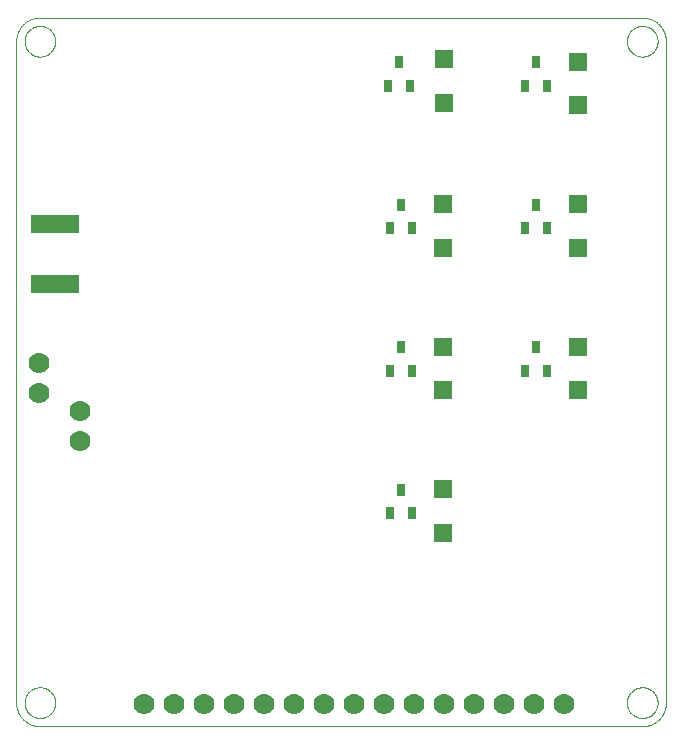
<source format=gbs>
G75*
%MOIN*%
%OFA0B0*%
%FSLAX25Y25*%
%IPPOS*%
%LPD*%
%AMOC8*
5,1,8,0,0,1.08239X$1,22.5*
%
%ADD10C,0.00001*%
%ADD11R,0.16400X0.06400*%
%ADD12R,0.02900X0.04400*%
%ADD13R,0.05912X0.05912*%
%ADD14C,0.07000*%
D10*
X0105675Y0063549D02*
X0105675Y0284021D01*
X0108431Y0284021D02*
X0108433Y0284164D01*
X0108439Y0284307D01*
X0108449Y0284449D01*
X0108463Y0284591D01*
X0108481Y0284733D01*
X0108503Y0284875D01*
X0108528Y0285015D01*
X0108558Y0285155D01*
X0108592Y0285294D01*
X0108629Y0285432D01*
X0108671Y0285569D01*
X0108716Y0285704D01*
X0108765Y0285838D01*
X0108817Y0285971D01*
X0108873Y0286103D01*
X0108933Y0286232D01*
X0108997Y0286360D01*
X0109064Y0286487D01*
X0109135Y0286611D01*
X0109209Y0286733D01*
X0109286Y0286853D01*
X0109367Y0286971D01*
X0109451Y0287087D01*
X0109538Y0287200D01*
X0109628Y0287311D01*
X0109722Y0287419D01*
X0109818Y0287525D01*
X0109917Y0287627D01*
X0110020Y0287727D01*
X0110124Y0287824D01*
X0110232Y0287919D01*
X0110342Y0288010D01*
X0110455Y0288098D01*
X0110570Y0288182D01*
X0110687Y0288264D01*
X0110807Y0288342D01*
X0110928Y0288417D01*
X0111052Y0288489D01*
X0111178Y0288557D01*
X0111305Y0288621D01*
X0111435Y0288682D01*
X0111566Y0288739D01*
X0111698Y0288793D01*
X0111832Y0288842D01*
X0111967Y0288889D01*
X0112104Y0288931D01*
X0112242Y0288969D01*
X0112380Y0289004D01*
X0112520Y0289034D01*
X0112660Y0289061D01*
X0112801Y0289084D01*
X0112943Y0289103D01*
X0113085Y0289118D01*
X0113228Y0289129D01*
X0113370Y0289136D01*
X0113513Y0289139D01*
X0113656Y0289138D01*
X0113799Y0289133D01*
X0113942Y0289124D01*
X0114084Y0289111D01*
X0114226Y0289094D01*
X0114367Y0289073D01*
X0114508Y0289048D01*
X0114648Y0289020D01*
X0114787Y0288987D01*
X0114925Y0288950D01*
X0115062Y0288910D01*
X0115198Y0288866D01*
X0115333Y0288818D01*
X0115466Y0288766D01*
X0115598Y0288711D01*
X0115728Y0288652D01*
X0115857Y0288589D01*
X0115983Y0288523D01*
X0116108Y0288453D01*
X0116231Y0288380D01*
X0116351Y0288304D01*
X0116470Y0288224D01*
X0116586Y0288140D01*
X0116700Y0288054D01*
X0116811Y0287964D01*
X0116920Y0287872D01*
X0117026Y0287776D01*
X0117130Y0287678D01*
X0117231Y0287576D01*
X0117328Y0287472D01*
X0117423Y0287365D01*
X0117515Y0287256D01*
X0117604Y0287144D01*
X0117690Y0287029D01*
X0117772Y0286913D01*
X0117851Y0286793D01*
X0117927Y0286672D01*
X0117999Y0286549D01*
X0118068Y0286424D01*
X0118133Y0286297D01*
X0118195Y0286168D01*
X0118253Y0286037D01*
X0118308Y0285905D01*
X0118358Y0285771D01*
X0118405Y0285636D01*
X0118449Y0285500D01*
X0118488Y0285363D01*
X0118523Y0285224D01*
X0118555Y0285085D01*
X0118583Y0284945D01*
X0118607Y0284804D01*
X0118627Y0284662D01*
X0118643Y0284520D01*
X0118655Y0284378D01*
X0118663Y0284235D01*
X0118667Y0284092D01*
X0118667Y0283950D01*
X0118663Y0283807D01*
X0118655Y0283664D01*
X0118643Y0283522D01*
X0118627Y0283380D01*
X0118607Y0283238D01*
X0118583Y0283097D01*
X0118555Y0282957D01*
X0118523Y0282818D01*
X0118488Y0282679D01*
X0118449Y0282542D01*
X0118405Y0282406D01*
X0118358Y0282271D01*
X0118308Y0282137D01*
X0118253Y0282005D01*
X0118195Y0281874D01*
X0118133Y0281745D01*
X0118068Y0281618D01*
X0117999Y0281493D01*
X0117927Y0281370D01*
X0117851Y0281249D01*
X0117772Y0281129D01*
X0117690Y0281013D01*
X0117604Y0280898D01*
X0117515Y0280786D01*
X0117423Y0280677D01*
X0117328Y0280570D01*
X0117231Y0280466D01*
X0117130Y0280364D01*
X0117026Y0280266D01*
X0116920Y0280170D01*
X0116811Y0280078D01*
X0116700Y0279988D01*
X0116586Y0279902D01*
X0116470Y0279818D01*
X0116351Y0279738D01*
X0116231Y0279662D01*
X0116108Y0279589D01*
X0115983Y0279519D01*
X0115857Y0279453D01*
X0115728Y0279390D01*
X0115598Y0279331D01*
X0115466Y0279276D01*
X0115333Y0279224D01*
X0115198Y0279176D01*
X0115062Y0279132D01*
X0114925Y0279092D01*
X0114787Y0279055D01*
X0114648Y0279022D01*
X0114508Y0278994D01*
X0114367Y0278969D01*
X0114226Y0278948D01*
X0114084Y0278931D01*
X0113942Y0278918D01*
X0113799Y0278909D01*
X0113656Y0278904D01*
X0113513Y0278903D01*
X0113370Y0278906D01*
X0113228Y0278913D01*
X0113085Y0278924D01*
X0112943Y0278939D01*
X0112801Y0278958D01*
X0112660Y0278981D01*
X0112520Y0279008D01*
X0112380Y0279038D01*
X0112242Y0279073D01*
X0112104Y0279111D01*
X0111967Y0279153D01*
X0111832Y0279200D01*
X0111698Y0279249D01*
X0111566Y0279303D01*
X0111435Y0279360D01*
X0111305Y0279421D01*
X0111178Y0279485D01*
X0111052Y0279553D01*
X0110928Y0279625D01*
X0110807Y0279700D01*
X0110687Y0279778D01*
X0110570Y0279860D01*
X0110455Y0279944D01*
X0110342Y0280032D01*
X0110232Y0280123D01*
X0110124Y0280218D01*
X0110020Y0280315D01*
X0109917Y0280415D01*
X0109818Y0280517D01*
X0109722Y0280623D01*
X0109628Y0280731D01*
X0109538Y0280842D01*
X0109451Y0280955D01*
X0109367Y0281071D01*
X0109286Y0281189D01*
X0109209Y0281309D01*
X0109135Y0281431D01*
X0109064Y0281555D01*
X0108997Y0281682D01*
X0108933Y0281810D01*
X0108873Y0281939D01*
X0108817Y0282071D01*
X0108765Y0282204D01*
X0108716Y0282338D01*
X0108671Y0282473D01*
X0108629Y0282610D01*
X0108592Y0282748D01*
X0108558Y0282887D01*
X0108528Y0283027D01*
X0108503Y0283167D01*
X0108481Y0283309D01*
X0108463Y0283451D01*
X0108449Y0283593D01*
X0108439Y0283735D01*
X0108433Y0283878D01*
X0108431Y0284021D01*
X0105675Y0284021D02*
X0105677Y0284211D01*
X0105684Y0284401D01*
X0105696Y0284591D01*
X0105712Y0284781D01*
X0105732Y0284970D01*
X0105758Y0285159D01*
X0105787Y0285347D01*
X0105822Y0285534D01*
X0105861Y0285720D01*
X0105904Y0285905D01*
X0105952Y0286090D01*
X0106004Y0286273D01*
X0106060Y0286454D01*
X0106121Y0286634D01*
X0106187Y0286813D01*
X0106256Y0286990D01*
X0106330Y0287166D01*
X0106408Y0287339D01*
X0106491Y0287511D01*
X0106577Y0287680D01*
X0106667Y0287848D01*
X0106762Y0288013D01*
X0106860Y0288176D01*
X0106963Y0288336D01*
X0107069Y0288494D01*
X0107179Y0288649D01*
X0107292Y0288802D01*
X0107410Y0288952D01*
X0107531Y0289098D01*
X0107655Y0289242D01*
X0107783Y0289383D01*
X0107914Y0289521D01*
X0108049Y0289656D01*
X0108187Y0289787D01*
X0108328Y0289915D01*
X0108472Y0290039D01*
X0108618Y0290160D01*
X0108768Y0290278D01*
X0108921Y0290391D01*
X0109076Y0290501D01*
X0109234Y0290607D01*
X0109394Y0290710D01*
X0109557Y0290808D01*
X0109722Y0290903D01*
X0109890Y0290993D01*
X0110059Y0291079D01*
X0110231Y0291162D01*
X0110404Y0291240D01*
X0110580Y0291314D01*
X0110757Y0291383D01*
X0110936Y0291449D01*
X0111116Y0291510D01*
X0111297Y0291566D01*
X0111480Y0291618D01*
X0111665Y0291666D01*
X0111850Y0291709D01*
X0112036Y0291748D01*
X0112223Y0291783D01*
X0112411Y0291812D01*
X0112600Y0291838D01*
X0112789Y0291858D01*
X0112979Y0291874D01*
X0113169Y0291886D01*
X0113359Y0291893D01*
X0113549Y0291895D01*
X0314336Y0291895D01*
X0309218Y0284021D02*
X0309220Y0284164D01*
X0309226Y0284307D01*
X0309236Y0284449D01*
X0309250Y0284591D01*
X0309268Y0284733D01*
X0309290Y0284875D01*
X0309315Y0285015D01*
X0309345Y0285155D01*
X0309379Y0285294D01*
X0309416Y0285432D01*
X0309458Y0285569D01*
X0309503Y0285704D01*
X0309552Y0285838D01*
X0309604Y0285971D01*
X0309660Y0286103D01*
X0309720Y0286232D01*
X0309784Y0286360D01*
X0309851Y0286487D01*
X0309922Y0286611D01*
X0309996Y0286733D01*
X0310073Y0286853D01*
X0310154Y0286971D01*
X0310238Y0287087D01*
X0310325Y0287200D01*
X0310415Y0287311D01*
X0310509Y0287419D01*
X0310605Y0287525D01*
X0310704Y0287627D01*
X0310807Y0287727D01*
X0310911Y0287824D01*
X0311019Y0287919D01*
X0311129Y0288010D01*
X0311242Y0288098D01*
X0311357Y0288182D01*
X0311474Y0288264D01*
X0311594Y0288342D01*
X0311715Y0288417D01*
X0311839Y0288489D01*
X0311965Y0288557D01*
X0312092Y0288621D01*
X0312222Y0288682D01*
X0312353Y0288739D01*
X0312485Y0288793D01*
X0312619Y0288842D01*
X0312754Y0288889D01*
X0312891Y0288931D01*
X0313029Y0288969D01*
X0313167Y0289004D01*
X0313307Y0289034D01*
X0313447Y0289061D01*
X0313588Y0289084D01*
X0313730Y0289103D01*
X0313872Y0289118D01*
X0314015Y0289129D01*
X0314157Y0289136D01*
X0314300Y0289139D01*
X0314443Y0289138D01*
X0314586Y0289133D01*
X0314729Y0289124D01*
X0314871Y0289111D01*
X0315013Y0289094D01*
X0315154Y0289073D01*
X0315295Y0289048D01*
X0315435Y0289020D01*
X0315574Y0288987D01*
X0315712Y0288950D01*
X0315849Y0288910D01*
X0315985Y0288866D01*
X0316120Y0288818D01*
X0316253Y0288766D01*
X0316385Y0288711D01*
X0316515Y0288652D01*
X0316644Y0288589D01*
X0316770Y0288523D01*
X0316895Y0288453D01*
X0317018Y0288380D01*
X0317138Y0288304D01*
X0317257Y0288224D01*
X0317373Y0288140D01*
X0317487Y0288054D01*
X0317598Y0287964D01*
X0317707Y0287872D01*
X0317813Y0287776D01*
X0317917Y0287678D01*
X0318018Y0287576D01*
X0318115Y0287472D01*
X0318210Y0287365D01*
X0318302Y0287256D01*
X0318391Y0287144D01*
X0318477Y0287029D01*
X0318559Y0286913D01*
X0318638Y0286793D01*
X0318714Y0286672D01*
X0318786Y0286549D01*
X0318855Y0286424D01*
X0318920Y0286297D01*
X0318982Y0286168D01*
X0319040Y0286037D01*
X0319095Y0285905D01*
X0319145Y0285771D01*
X0319192Y0285636D01*
X0319236Y0285500D01*
X0319275Y0285363D01*
X0319310Y0285224D01*
X0319342Y0285085D01*
X0319370Y0284945D01*
X0319394Y0284804D01*
X0319414Y0284662D01*
X0319430Y0284520D01*
X0319442Y0284378D01*
X0319450Y0284235D01*
X0319454Y0284092D01*
X0319454Y0283950D01*
X0319450Y0283807D01*
X0319442Y0283664D01*
X0319430Y0283522D01*
X0319414Y0283380D01*
X0319394Y0283238D01*
X0319370Y0283097D01*
X0319342Y0282957D01*
X0319310Y0282818D01*
X0319275Y0282679D01*
X0319236Y0282542D01*
X0319192Y0282406D01*
X0319145Y0282271D01*
X0319095Y0282137D01*
X0319040Y0282005D01*
X0318982Y0281874D01*
X0318920Y0281745D01*
X0318855Y0281618D01*
X0318786Y0281493D01*
X0318714Y0281370D01*
X0318638Y0281249D01*
X0318559Y0281129D01*
X0318477Y0281013D01*
X0318391Y0280898D01*
X0318302Y0280786D01*
X0318210Y0280677D01*
X0318115Y0280570D01*
X0318018Y0280466D01*
X0317917Y0280364D01*
X0317813Y0280266D01*
X0317707Y0280170D01*
X0317598Y0280078D01*
X0317487Y0279988D01*
X0317373Y0279902D01*
X0317257Y0279818D01*
X0317138Y0279738D01*
X0317018Y0279662D01*
X0316895Y0279589D01*
X0316770Y0279519D01*
X0316644Y0279453D01*
X0316515Y0279390D01*
X0316385Y0279331D01*
X0316253Y0279276D01*
X0316120Y0279224D01*
X0315985Y0279176D01*
X0315849Y0279132D01*
X0315712Y0279092D01*
X0315574Y0279055D01*
X0315435Y0279022D01*
X0315295Y0278994D01*
X0315154Y0278969D01*
X0315013Y0278948D01*
X0314871Y0278931D01*
X0314729Y0278918D01*
X0314586Y0278909D01*
X0314443Y0278904D01*
X0314300Y0278903D01*
X0314157Y0278906D01*
X0314015Y0278913D01*
X0313872Y0278924D01*
X0313730Y0278939D01*
X0313588Y0278958D01*
X0313447Y0278981D01*
X0313307Y0279008D01*
X0313167Y0279038D01*
X0313029Y0279073D01*
X0312891Y0279111D01*
X0312754Y0279153D01*
X0312619Y0279200D01*
X0312485Y0279249D01*
X0312353Y0279303D01*
X0312222Y0279360D01*
X0312092Y0279421D01*
X0311965Y0279485D01*
X0311839Y0279553D01*
X0311715Y0279625D01*
X0311594Y0279700D01*
X0311474Y0279778D01*
X0311357Y0279860D01*
X0311242Y0279944D01*
X0311129Y0280032D01*
X0311019Y0280123D01*
X0310911Y0280218D01*
X0310807Y0280315D01*
X0310704Y0280415D01*
X0310605Y0280517D01*
X0310509Y0280623D01*
X0310415Y0280731D01*
X0310325Y0280842D01*
X0310238Y0280955D01*
X0310154Y0281071D01*
X0310073Y0281189D01*
X0309996Y0281309D01*
X0309922Y0281431D01*
X0309851Y0281555D01*
X0309784Y0281682D01*
X0309720Y0281810D01*
X0309660Y0281939D01*
X0309604Y0282071D01*
X0309552Y0282204D01*
X0309503Y0282338D01*
X0309458Y0282473D01*
X0309416Y0282610D01*
X0309379Y0282748D01*
X0309345Y0282887D01*
X0309315Y0283027D01*
X0309290Y0283167D01*
X0309268Y0283309D01*
X0309250Y0283451D01*
X0309236Y0283593D01*
X0309226Y0283735D01*
X0309220Y0283878D01*
X0309218Y0284021D01*
X0314336Y0291895D02*
X0314526Y0291893D01*
X0314716Y0291886D01*
X0314906Y0291874D01*
X0315096Y0291858D01*
X0315285Y0291838D01*
X0315474Y0291812D01*
X0315662Y0291783D01*
X0315849Y0291748D01*
X0316035Y0291709D01*
X0316220Y0291666D01*
X0316405Y0291618D01*
X0316588Y0291566D01*
X0316769Y0291510D01*
X0316949Y0291449D01*
X0317128Y0291383D01*
X0317305Y0291314D01*
X0317481Y0291240D01*
X0317654Y0291162D01*
X0317826Y0291079D01*
X0317995Y0290993D01*
X0318163Y0290903D01*
X0318328Y0290808D01*
X0318491Y0290710D01*
X0318651Y0290607D01*
X0318809Y0290501D01*
X0318964Y0290391D01*
X0319117Y0290278D01*
X0319267Y0290160D01*
X0319413Y0290039D01*
X0319557Y0289915D01*
X0319698Y0289787D01*
X0319836Y0289656D01*
X0319971Y0289521D01*
X0320102Y0289383D01*
X0320230Y0289242D01*
X0320354Y0289098D01*
X0320475Y0288952D01*
X0320593Y0288802D01*
X0320706Y0288649D01*
X0320816Y0288494D01*
X0320922Y0288336D01*
X0321025Y0288176D01*
X0321123Y0288013D01*
X0321218Y0287848D01*
X0321308Y0287680D01*
X0321394Y0287511D01*
X0321477Y0287339D01*
X0321555Y0287166D01*
X0321629Y0286990D01*
X0321698Y0286813D01*
X0321764Y0286634D01*
X0321825Y0286454D01*
X0321881Y0286273D01*
X0321933Y0286090D01*
X0321981Y0285905D01*
X0322024Y0285720D01*
X0322063Y0285534D01*
X0322098Y0285347D01*
X0322127Y0285159D01*
X0322153Y0284970D01*
X0322173Y0284781D01*
X0322189Y0284591D01*
X0322201Y0284401D01*
X0322208Y0284211D01*
X0322210Y0284021D01*
X0322210Y0063549D01*
X0309218Y0063549D02*
X0309220Y0063692D01*
X0309226Y0063835D01*
X0309236Y0063977D01*
X0309250Y0064119D01*
X0309268Y0064261D01*
X0309290Y0064403D01*
X0309315Y0064543D01*
X0309345Y0064683D01*
X0309379Y0064822D01*
X0309416Y0064960D01*
X0309458Y0065097D01*
X0309503Y0065232D01*
X0309552Y0065366D01*
X0309604Y0065499D01*
X0309660Y0065631D01*
X0309720Y0065760D01*
X0309784Y0065888D01*
X0309851Y0066015D01*
X0309922Y0066139D01*
X0309996Y0066261D01*
X0310073Y0066381D01*
X0310154Y0066499D01*
X0310238Y0066615D01*
X0310325Y0066728D01*
X0310415Y0066839D01*
X0310509Y0066947D01*
X0310605Y0067053D01*
X0310704Y0067155D01*
X0310807Y0067255D01*
X0310911Y0067352D01*
X0311019Y0067447D01*
X0311129Y0067538D01*
X0311242Y0067626D01*
X0311357Y0067710D01*
X0311474Y0067792D01*
X0311594Y0067870D01*
X0311715Y0067945D01*
X0311839Y0068017D01*
X0311965Y0068085D01*
X0312092Y0068149D01*
X0312222Y0068210D01*
X0312353Y0068267D01*
X0312485Y0068321D01*
X0312619Y0068370D01*
X0312754Y0068417D01*
X0312891Y0068459D01*
X0313029Y0068497D01*
X0313167Y0068532D01*
X0313307Y0068562D01*
X0313447Y0068589D01*
X0313588Y0068612D01*
X0313730Y0068631D01*
X0313872Y0068646D01*
X0314015Y0068657D01*
X0314157Y0068664D01*
X0314300Y0068667D01*
X0314443Y0068666D01*
X0314586Y0068661D01*
X0314729Y0068652D01*
X0314871Y0068639D01*
X0315013Y0068622D01*
X0315154Y0068601D01*
X0315295Y0068576D01*
X0315435Y0068548D01*
X0315574Y0068515D01*
X0315712Y0068478D01*
X0315849Y0068438D01*
X0315985Y0068394D01*
X0316120Y0068346D01*
X0316253Y0068294D01*
X0316385Y0068239D01*
X0316515Y0068180D01*
X0316644Y0068117D01*
X0316770Y0068051D01*
X0316895Y0067981D01*
X0317018Y0067908D01*
X0317138Y0067832D01*
X0317257Y0067752D01*
X0317373Y0067668D01*
X0317487Y0067582D01*
X0317598Y0067492D01*
X0317707Y0067400D01*
X0317813Y0067304D01*
X0317917Y0067206D01*
X0318018Y0067104D01*
X0318115Y0067000D01*
X0318210Y0066893D01*
X0318302Y0066784D01*
X0318391Y0066672D01*
X0318477Y0066557D01*
X0318559Y0066441D01*
X0318638Y0066321D01*
X0318714Y0066200D01*
X0318786Y0066077D01*
X0318855Y0065952D01*
X0318920Y0065825D01*
X0318982Y0065696D01*
X0319040Y0065565D01*
X0319095Y0065433D01*
X0319145Y0065299D01*
X0319192Y0065164D01*
X0319236Y0065028D01*
X0319275Y0064891D01*
X0319310Y0064752D01*
X0319342Y0064613D01*
X0319370Y0064473D01*
X0319394Y0064332D01*
X0319414Y0064190D01*
X0319430Y0064048D01*
X0319442Y0063906D01*
X0319450Y0063763D01*
X0319454Y0063620D01*
X0319454Y0063478D01*
X0319450Y0063335D01*
X0319442Y0063192D01*
X0319430Y0063050D01*
X0319414Y0062908D01*
X0319394Y0062766D01*
X0319370Y0062625D01*
X0319342Y0062485D01*
X0319310Y0062346D01*
X0319275Y0062207D01*
X0319236Y0062070D01*
X0319192Y0061934D01*
X0319145Y0061799D01*
X0319095Y0061665D01*
X0319040Y0061533D01*
X0318982Y0061402D01*
X0318920Y0061273D01*
X0318855Y0061146D01*
X0318786Y0061021D01*
X0318714Y0060898D01*
X0318638Y0060777D01*
X0318559Y0060657D01*
X0318477Y0060541D01*
X0318391Y0060426D01*
X0318302Y0060314D01*
X0318210Y0060205D01*
X0318115Y0060098D01*
X0318018Y0059994D01*
X0317917Y0059892D01*
X0317813Y0059794D01*
X0317707Y0059698D01*
X0317598Y0059606D01*
X0317487Y0059516D01*
X0317373Y0059430D01*
X0317257Y0059346D01*
X0317138Y0059266D01*
X0317018Y0059190D01*
X0316895Y0059117D01*
X0316770Y0059047D01*
X0316644Y0058981D01*
X0316515Y0058918D01*
X0316385Y0058859D01*
X0316253Y0058804D01*
X0316120Y0058752D01*
X0315985Y0058704D01*
X0315849Y0058660D01*
X0315712Y0058620D01*
X0315574Y0058583D01*
X0315435Y0058550D01*
X0315295Y0058522D01*
X0315154Y0058497D01*
X0315013Y0058476D01*
X0314871Y0058459D01*
X0314729Y0058446D01*
X0314586Y0058437D01*
X0314443Y0058432D01*
X0314300Y0058431D01*
X0314157Y0058434D01*
X0314015Y0058441D01*
X0313872Y0058452D01*
X0313730Y0058467D01*
X0313588Y0058486D01*
X0313447Y0058509D01*
X0313307Y0058536D01*
X0313167Y0058566D01*
X0313029Y0058601D01*
X0312891Y0058639D01*
X0312754Y0058681D01*
X0312619Y0058728D01*
X0312485Y0058777D01*
X0312353Y0058831D01*
X0312222Y0058888D01*
X0312092Y0058949D01*
X0311965Y0059013D01*
X0311839Y0059081D01*
X0311715Y0059153D01*
X0311594Y0059228D01*
X0311474Y0059306D01*
X0311357Y0059388D01*
X0311242Y0059472D01*
X0311129Y0059560D01*
X0311019Y0059651D01*
X0310911Y0059746D01*
X0310807Y0059843D01*
X0310704Y0059943D01*
X0310605Y0060045D01*
X0310509Y0060151D01*
X0310415Y0060259D01*
X0310325Y0060370D01*
X0310238Y0060483D01*
X0310154Y0060599D01*
X0310073Y0060717D01*
X0309996Y0060837D01*
X0309922Y0060959D01*
X0309851Y0061083D01*
X0309784Y0061210D01*
X0309720Y0061338D01*
X0309660Y0061467D01*
X0309604Y0061599D01*
X0309552Y0061732D01*
X0309503Y0061866D01*
X0309458Y0062001D01*
X0309416Y0062138D01*
X0309379Y0062276D01*
X0309345Y0062415D01*
X0309315Y0062555D01*
X0309290Y0062695D01*
X0309268Y0062837D01*
X0309250Y0062979D01*
X0309236Y0063121D01*
X0309226Y0063263D01*
X0309220Y0063406D01*
X0309218Y0063549D01*
X0314336Y0055675D02*
X0314526Y0055677D01*
X0314716Y0055684D01*
X0314906Y0055696D01*
X0315096Y0055712D01*
X0315285Y0055732D01*
X0315474Y0055758D01*
X0315662Y0055787D01*
X0315849Y0055822D01*
X0316035Y0055861D01*
X0316220Y0055904D01*
X0316405Y0055952D01*
X0316588Y0056004D01*
X0316769Y0056060D01*
X0316949Y0056121D01*
X0317128Y0056187D01*
X0317305Y0056256D01*
X0317481Y0056330D01*
X0317654Y0056408D01*
X0317826Y0056491D01*
X0317995Y0056577D01*
X0318163Y0056667D01*
X0318328Y0056762D01*
X0318491Y0056860D01*
X0318651Y0056963D01*
X0318809Y0057069D01*
X0318964Y0057179D01*
X0319117Y0057292D01*
X0319267Y0057410D01*
X0319413Y0057531D01*
X0319557Y0057655D01*
X0319698Y0057783D01*
X0319836Y0057914D01*
X0319971Y0058049D01*
X0320102Y0058187D01*
X0320230Y0058328D01*
X0320354Y0058472D01*
X0320475Y0058618D01*
X0320593Y0058768D01*
X0320706Y0058921D01*
X0320816Y0059076D01*
X0320922Y0059234D01*
X0321025Y0059394D01*
X0321123Y0059557D01*
X0321218Y0059722D01*
X0321308Y0059890D01*
X0321394Y0060059D01*
X0321477Y0060231D01*
X0321555Y0060404D01*
X0321629Y0060580D01*
X0321698Y0060757D01*
X0321764Y0060936D01*
X0321825Y0061116D01*
X0321881Y0061297D01*
X0321933Y0061480D01*
X0321981Y0061665D01*
X0322024Y0061850D01*
X0322063Y0062036D01*
X0322098Y0062223D01*
X0322127Y0062411D01*
X0322153Y0062600D01*
X0322173Y0062789D01*
X0322189Y0062979D01*
X0322201Y0063169D01*
X0322208Y0063359D01*
X0322210Y0063549D01*
X0314336Y0055675D02*
X0113549Y0055675D01*
X0108431Y0063549D02*
X0108433Y0063692D01*
X0108439Y0063835D01*
X0108449Y0063977D01*
X0108463Y0064119D01*
X0108481Y0064261D01*
X0108503Y0064403D01*
X0108528Y0064543D01*
X0108558Y0064683D01*
X0108592Y0064822D01*
X0108629Y0064960D01*
X0108671Y0065097D01*
X0108716Y0065232D01*
X0108765Y0065366D01*
X0108817Y0065499D01*
X0108873Y0065631D01*
X0108933Y0065760D01*
X0108997Y0065888D01*
X0109064Y0066015D01*
X0109135Y0066139D01*
X0109209Y0066261D01*
X0109286Y0066381D01*
X0109367Y0066499D01*
X0109451Y0066615D01*
X0109538Y0066728D01*
X0109628Y0066839D01*
X0109722Y0066947D01*
X0109818Y0067053D01*
X0109917Y0067155D01*
X0110020Y0067255D01*
X0110124Y0067352D01*
X0110232Y0067447D01*
X0110342Y0067538D01*
X0110455Y0067626D01*
X0110570Y0067710D01*
X0110687Y0067792D01*
X0110807Y0067870D01*
X0110928Y0067945D01*
X0111052Y0068017D01*
X0111178Y0068085D01*
X0111305Y0068149D01*
X0111435Y0068210D01*
X0111566Y0068267D01*
X0111698Y0068321D01*
X0111832Y0068370D01*
X0111967Y0068417D01*
X0112104Y0068459D01*
X0112242Y0068497D01*
X0112380Y0068532D01*
X0112520Y0068562D01*
X0112660Y0068589D01*
X0112801Y0068612D01*
X0112943Y0068631D01*
X0113085Y0068646D01*
X0113228Y0068657D01*
X0113370Y0068664D01*
X0113513Y0068667D01*
X0113656Y0068666D01*
X0113799Y0068661D01*
X0113942Y0068652D01*
X0114084Y0068639D01*
X0114226Y0068622D01*
X0114367Y0068601D01*
X0114508Y0068576D01*
X0114648Y0068548D01*
X0114787Y0068515D01*
X0114925Y0068478D01*
X0115062Y0068438D01*
X0115198Y0068394D01*
X0115333Y0068346D01*
X0115466Y0068294D01*
X0115598Y0068239D01*
X0115728Y0068180D01*
X0115857Y0068117D01*
X0115983Y0068051D01*
X0116108Y0067981D01*
X0116231Y0067908D01*
X0116351Y0067832D01*
X0116470Y0067752D01*
X0116586Y0067668D01*
X0116700Y0067582D01*
X0116811Y0067492D01*
X0116920Y0067400D01*
X0117026Y0067304D01*
X0117130Y0067206D01*
X0117231Y0067104D01*
X0117328Y0067000D01*
X0117423Y0066893D01*
X0117515Y0066784D01*
X0117604Y0066672D01*
X0117690Y0066557D01*
X0117772Y0066441D01*
X0117851Y0066321D01*
X0117927Y0066200D01*
X0117999Y0066077D01*
X0118068Y0065952D01*
X0118133Y0065825D01*
X0118195Y0065696D01*
X0118253Y0065565D01*
X0118308Y0065433D01*
X0118358Y0065299D01*
X0118405Y0065164D01*
X0118449Y0065028D01*
X0118488Y0064891D01*
X0118523Y0064752D01*
X0118555Y0064613D01*
X0118583Y0064473D01*
X0118607Y0064332D01*
X0118627Y0064190D01*
X0118643Y0064048D01*
X0118655Y0063906D01*
X0118663Y0063763D01*
X0118667Y0063620D01*
X0118667Y0063478D01*
X0118663Y0063335D01*
X0118655Y0063192D01*
X0118643Y0063050D01*
X0118627Y0062908D01*
X0118607Y0062766D01*
X0118583Y0062625D01*
X0118555Y0062485D01*
X0118523Y0062346D01*
X0118488Y0062207D01*
X0118449Y0062070D01*
X0118405Y0061934D01*
X0118358Y0061799D01*
X0118308Y0061665D01*
X0118253Y0061533D01*
X0118195Y0061402D01*
X0118133Y0061273D01*
X0118068Y0061146D01*
X0117999Y0061021D01*
X0117927Y0060898D01*
X0117851Y0060777D01*
X0117772Y0060657D01*
X0117690Y0060541D01*
X0117604Y0060426D01*
X0117515Y0060314D01*
X0117423Y0060205D01*
X0117328Y0060098D01*
X0117231Y0059994D01*
X0117130Y0059892D01*
X0117026Y0059794D01*
X0116920Y0059698D01*
X0116811Y0059606D01*
X0116700Y0059516D01*
X0116586Y0059430D01*
X0116470Y0059346D01*
X0116351Y0059266D01*
X0116231Y0059190D01*
X0116108Y0059117D01*
X0115983Y0059047D01*
X0115857Y0058981D01*
X0115728Y0058918D01*
X0115598Y0058859D01*
X0115466Y0058804D01*
X0115333Y0058752D01*
X0115198Y0058704D01*
X0115062Y0058660D01*
X0114925Y0058620D01*
X0114787Y0058583D01*
X0114648Y0058550D01*
X0114508Y0058522D01*
X0114367Y0058497D01*
X0114226Y0058476D01*
X0114084Y0058459D01*
X0113942Y0058446D01*
X0113799Y0058437D01*
X0113656Y0058432D01*
X0113513Y0058431D01*
X0113370Y0058434D01*
X0113228Y0058441D01*
X0113085Y0058452D01*
X0112943Y0058467D01*
X0112801Y0058486D01*
X0112660Y0058509D01*
X0112520Y0058536D01*
X0112380Y0058566D01*
X0112242Y0058601D01*
X0112104Y0058639D01*
X0111967Y0058681D01*
X0111832Y0058728D01*
X0111698Y0058777D01*
X0111566Y0058831D01*
X0111435Y0058888D01*
X0111305Y0058949D01*
X0111178Y0059013D01*
X0111052Y0059081D01*
X0110928Y0059153D01*
X0110807Y0059228D01*
X0110687Y0059306D01*
X0110570Y0059388D01*
X0110455Y0059472D01*
X0110342Y0059560D01*
X0110232Y0059651D01*
X0110124Y0059746D01*
X0110020Y0059843D01*
X0109917Y0059943D01*
X0109818Y0060045D01*
X0109722Y0060151D01*
X0109628Y0060259D01*
X0109538Y0060370D01*
X0109451Y0060483D01*
X0109367Y0060599D01*
X0109286Y0060717D01*
X0109209Y0060837D01*
X0109135Y0060959D01*
X0109064Y0061083D01*
X0108997Y0061210D01*
X0108933Y0061338D01*
X0108873Y0061467D01*
X0108817Y0061599D01*
X0108765Y0061732D01*
X0108716Y0061866D01*
X0108671Y0062001D01*
X0108629Y0062138D01*
X0108592Y0062276D01*
X0108558Y0062415D01*
X0108528Y0062555D01*
X0108503Y0062695D01*
X0108481Y0062837D01*
X0108463Y0062979D01*
X0108449Y0063121D01*
X0108439Y0063263D01*
X0108433Y0063406D01*
X0108431Y0063549D01*
X0105675Y0063549D02*
X0105677Y0063359D01*
X0105684Y0063169D01*
X0105696Y0062979D01*
X0105712Y0062789D01*
X0105732Y0062600D01*
X0105758Y0062411D01*
X0105787Y0062223D01*
X0105822Y0062036D01*
X0105861Y0061850D01*
X0105904Y0061665D01*
X0105952Y0061480D01*
X0106004Y0061297D01*
X0106060Y0061116D01*
X0106121Y0060936D01*
X0106187Y0060757D01*
X0106256Y0060580D01*
X0106330Y0060404D01*
X0106408Y0060231D01*
X0106491Y0060059D01*
X0106577Y0059890D01*
X0106667Y0059722D01*
X0106762Y0059557D01*
X0106860Y0059394D01*
X0106963Y0059234D01*
X0107069Y0059076D01*
X0107179Y0058921D01*
X0107292Y0058768D01*
X0107410Y0058618D01*
X0107531Y0058472D01*
X0107655Y0058328D01*
X0107783Y0058187D01*
X0107914Y0058049D01*
X0108049Y0057914D01*
X0108187Y0057783D01*
X0108328Y0057655D01*
X0108472Y0057531D01*
X0108618Y0057410D01*
X0108768Y0057292D01*
X0108921Y0057179D01*
X0109076Y0057069D01*
X0109234Y0056963D01*
X0109394Y0056860D01*
X0109557Y0056762D01*
X0109722Y0056667D01*
X0109890Y0056577D01*
X0110059Y0056491D01*
X0110231Y0056408D01*
X0110404Y0056330D01*
X0110580Y0056256D01*
X0110757Y0056187D01*
X0110936Y0056121D01*
X0111116Y0056060D01*
X0111297Y0056004D01*
X0111480Y0055952D01*
X0111665Y0055904D01*
X0111850Y0055861D01*
X0112036Y0055822D01*
X0112223Y0055787D01*
X0112411Y0055758D01*
X0112600Y0055732D01*
X0112789Y0055712D01*
X0112979Y0055696D01*
X0113169Y0055684D01*
X0113359Y0055677D01*
X0113549Y0055675D01*
D11*
X0118675Y0203175D03*
X0118675Y0223175D03*
D12*
X0230163Y0221600D03*
X0237644Y0221600D03*
X0233903Y0229474D03*
X0236915Y0269238D03*
X0229435Y0269238D03*
X0233175Y0277112D03*
X0275163Y0269100D03*
X0282644Y0269100D03*
X0278903Y0276974D03*
X0278903Y0229474D03*
X0275163Y0221600D03*
X0282644Y0221600D03*
X0278903Y0181974D03*
X0275163Y0174100D03*
X0282644Y0174100D03*
X0237644Y0174100D03*
X0230163Y0174100D03*
X0233903Y0181974D03*
X0233903Y0134474D03*
X0230163Y0126600D03*
X0237644Y0126600D03*
D13*
X0248037Y0120163D03*
X0248037Y0134730D03*
X0248037Y0167663D03*
X0248037Y0182230D03*
X0248037Y0215163D03*
X0248037Y0229730D03*
X0248175Y0263392D03*
X0248175Y0277958D03*
X0293037Y0277230D03*
X0293037Y0262663D03*
X0293037Y0229730D03*
X0293037Y0215163D03*
X0293037Y0182230D03*
X0293037Y0167663D03*
D14*
X0288175Y0063175D03*
X0278175Y0063175D03*
X0268175Y0063175D03*
X0258175Y0063175D03*
X0248175Y0063175D03*
X0238175Y0063175D03*
X0228175Y0063175D03*
X0218175Y0063175D03*
X0208175Y0063175D03*
X0198175Y0063175D03*
X0188175Y0063175D03*
X0178175Y0063175D03*
X0168175Y0063175D03*
X0158175Y0063175D03*
X0148175Y0063175D03*
X0126925Y0150675D03*
X0126925Y0160675D03*
X0113175Y0166925D03*
X0113175Y0176925D03*
M02*

</source>
